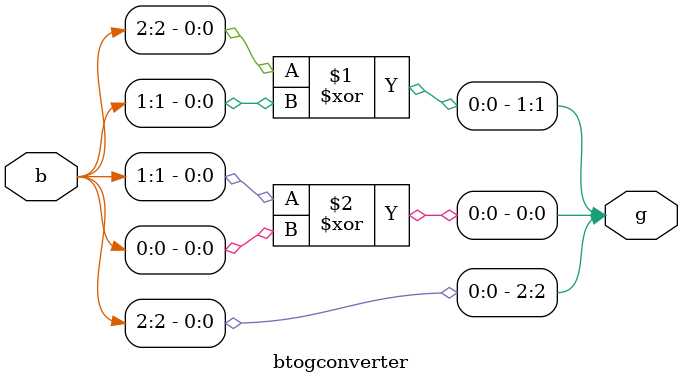
<source format=v>
module btogconverter(input [2:0]b,output  [2:0]g);
assign g[2]=b[2];
assign g[1]=b[2]^b[1];
assign g[0]=b[1]^b[0];
endmodule

</source>
